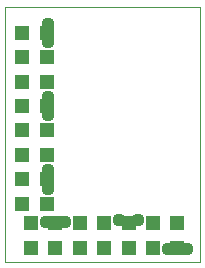
<source format=gts>
G75*
%MOIN*%
%OFA0B0*%
%FSLAX24Y24*%
%IPPOS*%
%LPD*%
%AMOC8*
5,1,8,0,0,1.08239X$1,22.5*
%
%ADD10C,0.0000*%
%ADD11R,0.0512X0.0512*%
%ADD12C,0.0437*%
D10*
X002392Y002517D02*
X002392Y011017D01*
X008892Y011017D01*
X008892Y002517D01*
X002392Y002517D01*
D11*
X003267Y002978D03*
X004079Y002978D03*
X004892Y002978D03*
X004892Y003805D03*
X004079Y003805D03*
X003805Y004454D03*
X003267Y003805D03*
X002978Y004454D03*
X002978Y005267D03*
X002978Y006079D03*
X002978Y006892D03*
X002978Y007704D03*
X002978Y008517D03*
X002978Y009329D03*
X002978Y010142D03*
X003805Y010142D03*
X003805Y009329D03*
X003805Y008517D03*
X003805Y007704D03*
X003805Y006892D03*
X003805Y006079D03*
X003805Y005267D03*
X005704Y003805D03*
X006517Y003805D03*
X007329Y003805D03*
X007329Y002978D03*
X006517Y002978D03*
X005704Y002978D03*
X008142Y002978D03*
X008142Y003805D03*
D12*
X008454Y002954D03*
X007829Y002954D03*
X006829Y003892D03*
X006204Y003892D03*
X004392Y003829D03*
X003767Y003829D03*
X003829Y004954D03*
X003829Y005579D03*
X003829Y007392D03*
X003829Y008017D03*
X003829Y009829D03*
X003829Y010454D03*
M02*

</source>
